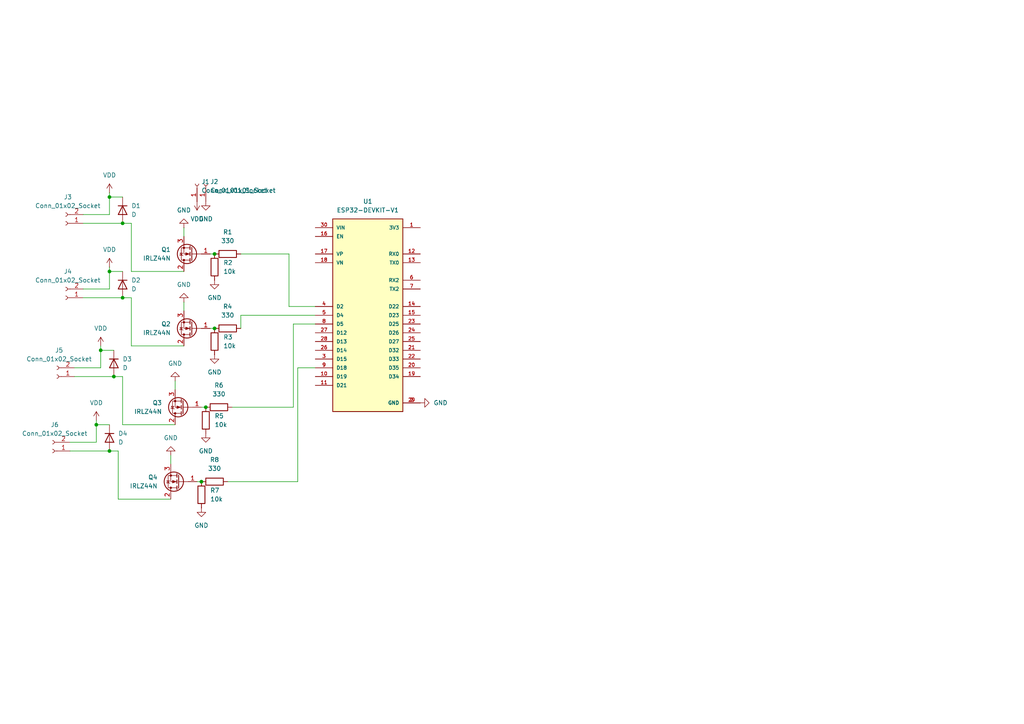
<source format=kicad_sch>
(kicad_sch (version 20250114) (generator "eeschema") (generator_version "9.0")
  (paper "A4")
  (lib_symbols
    (symbol "Connector:Conn_01x01_Socket" (pin_names (offset 1.016) (hide yes))
      (property "Reference" "J" (at 0 2.54 0))
      (property "Value" "Conn_01x01_Socket" (at 0 -2.54 0))
      (symbol "Conn_01x01_Socket_1_1"
        (polyline (pts (xy -1.27 0) (xy -0.508 0)) (stroke (width 0.1524)))
        (arc (start 0 -0.508) (mid -0.5058 0) (end 0 0.508) (stroke (width 0.1524)))
        (pin passive line (at -5.08 0 0) (length 3.81) (name "Pin_1") (number "1"))
      )
    )
    (symbol "Connector:Conn_01x02_Socket" (pin_names (offset 1.016) (hide yes))
      (property "Reference" "J" (at 0 2.54 0))
      (property "Value" "Conn_01x02_Socket" (at 0 -5.08 0))
      (symbol "Conn_01x02_Socket_1_1"
        (polyline (pts (xy -1.27 0) (xy -0.508 0)) (stroke (width 0.1524)))
        (polyline (pts (xy -1.27 -2.54) (xy -0.508 -2.54)) (stroke (width 0.1524)))
        (arc (start 0 -0.508) (mid -0.5058 0) (end 0 0.508) (stroke (width 0.1524)))
        (arc (start 0 -3.048) (mid -0.5058 -2.54) (end 0 -2.032) (stroke (width 0.1524)))
        (pin passive line (at -5.08 0 0) (length 3.81) (name "Pin_1") (number "1"))
        (pin passive line (at -5.08 -2.54 0) (length 3.81) (name "Pin_2") (number "2"))
      )
    )
    (symbol "Device:D" (pin_numbers (hide yes)) (pin_names (offset 1.016) (hide yes))
      (property "Reference" "D" (at 0 2.54 0))
      (property "Value" "D" (at 0 -2.54 0))
      (symbol "D_0_1"
        (polyline (pts (xy -1.27 1.27) (xy -1.27 -1.27)) (stroke (width 0.254)))
        (polyline (pts (xy 1.27 1.27) (xy 1.27 -1.27) (xy -1.27 0) (xy 1.27 1.27)) (stroke (width 0.254)))
        (polyline (pts (xy 1.27 0) (xy -1.27 0)))
      )
      (symbol "D_1_1"
        (pin passive line (at -3.81 0 0) (length 2.54) (name "K") (number "1"))
        (pin passive line (at 3.81 0 180) (length 2.54) (name "A") (number "2"))
      )
    )
    (symbol "Device:R" (pin_numbers (hide yes)) (pin_names (offset 0))
      (property "Reference" "R" (at 2.032 0 90))
      (property "Value" "R" (at 0 0 90))
      (symbol "R_0_1"
        (rectangle (start -1.016 -2.54) (end 1.016 2.54) (stroke (width 0.254)))
      )
      (symbol "R_1_1"
        (pin passive line (at 0 3.81 270) (length 1.27) (name "~") (number "1"))
        (pin passive line (at 0 -3.81 90) (length 1.27) (name "~") (number "2"))
      )
    )
    (symbol "ESP32-DEVKIT-V1:ESP32-DEVKIT-V1" (pin_names (offset 1.016))
      (property "Reference" "U" (at -10.16 30.48 0))
      (property "Value" "ESP32-DEVKIT-V1" (at -10.16 -30.48 0))
      (symbol "ESP32-DEVKIT-V1_0_0"
        (rectangle (start -10.16 -27.94) (end 10.16 27.94) (stroke (width 0.254)) (fill (type background)))
        (pin input line (at -15.24 25.4 0) (length 5.08) (name "VIN") (number "30"))
        (pin input line (at -15.24 22.86 0) (length 5.08) (name "EN") (number "16"))
        (pin bidirectional line (at -15.24 17.78 0) (length 5.08) (name "VP") (number "17"))
        (pin bidirectional line (at -15.24 15.24 0) (length 5.08) (name "VN") (number "18"))
        (pin bidirectional line (at -15.24 2.54 0) (length 5.08) (name "D2") (number "4"))
        (pin bidirectional line (at -15.24 0 0) (length 5.08) (name "D4") (number "5"))
        (pin bidirectional line (at -15.24 -2.54 0) (length 5.08) (name "D5") (number "8"))
        (pin bidirectional line (at -15.24 -5.08 0) (length 5.08) (name "D12") (number "27"))
        (pin bidirectional line (at -15.24 -7.62 0) (length 5.08) (name "D13") (number "28"))
        (pin bidirectional line (at -15.24 -10.16 0) (length 5.08) (name "D14") (number "26"))
        (pin bidirectional line (at -15.24 -12.7 0) (length 5.08) (name "D15") (number "3"))
        (pin bidirectional line (at -15.24 -15.24 0) (length 5.08) (name "D18") (number "9"))
        (pin bidirectional line (at -15.24 -17.78 0) (length 5.08) (name "D19") (number "10"))
        (pin bidirectional line (at -15.24 -20.32 0) (length 5.08) (name "D21") (number "11"))
        (pin output line (at 15.24 25.4 180) (length 5.08) (name "3V3") (number "1"))
        (pin input line (at 15.24 17.78 180) (length 5.08) (name "RX0") (number "12"))
        (pin output line (at 15.24 15.24 180) (length 5.08) (name "TX0") (number "13"))
        (pin input line (at 15.24 10.16 180) (length 5.08) (name "RX2") (number "6"))
        (pin output line (at 15.24 7.62 180) (length 5.08) (name "TX2") (number "7"))
        (pin bidirectional line (at 15.24 2.54 180) (length 5.08) (name "D22") (number "14"))
        (pin bidirectional line (at 15.24 0 180) (length 5.08) (name "D23") (number "15"))
        (pin bidirectional line (at 15.24 -2.54 180) (length 5.08) (name "D25") (number "23"))
        (pin bidirectional line (at 15.24 -5.08 180) (length 5.08) (name "D26") (number "24"))
        (pin bidirectional line (at 15.24 -7.62 180) (length 5.08) (name "D27") (number "25"))
        (pin bidirectional line (at 15.24 -10.16 180) (length 5.08) (name "D32") (number "21"))
        (pin bidirectional line (at 15.24 -12.7 180) (length 5.08) (name "D33") (number "22"))
        (pin bidirectional line (at 15.24 -15.24 180) (length 5.08) (name "D35") (number "20"))
        (pin bidirectional line (at 15.24 -17.78 180) (length 5.08) (name "D34") (number "19"))
        (pin power_in line (at 15.24 -25.4 180) (length 5.08) (name "GND") (number "2"))
        (pin power_in line (at 15.24 -25.4 180) (length 5.08) (name "GND") (number "29"))
      )
    )
    (symbol "Transistor_FET:IRLZ44N" (pin_names (hide yes))
      (property "Reference" "Q" (at 5.08 1.905 0))
      (property "Value" "IRLZ44N" (at 5.08 0 0))
      (symbol "IRLZ44N_0_1"
        (polyline (pts (xy 0.254 1.905) (xy 0.254 -1.905)) (stroke (width 0.254)))
        (polyline (pts (xy 0.254 0) (xy -2.54 0)))
        (polyline (pts (xy 0.762 2.286) (xy 0.762 1.27)) (stroke (width 0.254)))
        (polyline (pts (xy 0.762 0.508) (xy 0.762 -0.508)) (stroke (width 0.254)))
        (polyline (pts (xy 0.762 -1.27) (xy 0.762 -2.286)) (stroke (width 0.254)))
        (polyline (pts (xy 0.762 -1.778) (xy 3.302 -1.778) (xy 3.302 1.778) (xy 0.762 1.778)))
        (polyline (pts (xy 1.016 0) (xy 2.032 0.381) (xy 2.032 -0.381) (xy 1.016 0)) (fill (type outline)))
        (circle (center 1.651 0) (radius 2.794) (stroke (width 0.254)))
        (polyline (pts (xy 2.54 2.54) (xy 2.54 1.778)))
        (circle (center 2.54 1.778) (radius 0.254) (fill (type outline)))
        (circle (center 2.54 -1.778) (radius 0.254) (fill (type outline)))
        (polyline (pts (xy 2.54 -2.54) (xy 2.54 0) (xy 0.762 0)))
        (polyline (pts (xy 2.794 0.508) (xy 2.921 0.381) (xy 3.683 0.381) (xy 3.81 0.254)))
        (polyline (pts (xy 3.302 0.381) (xy 2.921 -0.254) (xy 3.683 -0.254) (xy 3.302 0.381)))
      )
      (symbol "IRLZ44N_1_1"
        (pin input line (at -5.08 0 0) (length 2.54) (name "G") (number "1"))
        (pin passive line (at 2.54 5.08 270) (length 2.54) (name "D") (number "2"))
        (pin passive line (at 2.54 -5.08 90) (length 2.54) (name "S") (number "3"))
      )
    )
    (symbol "power:GND" (power) (pin_numbers (hide yes)) (pin_names (offset 0) (hide yes))
      (property "Value" "GND" (at 0 -3.81 0))
      (symbol "GND_0_1"
        (polyline (pts (xy 0 0) (xy 0 -1.27) (xy 1.27 -1.27) (xy 0 -2.54) (xy -1.27 -1.27) (xy 0 -1.27)))
      )
      (symbol "GND_1_1"
        (pin power_in line (at 0 0 270) (length 0) (name "~") (number "1"))
      )
    )
    (symbol "power:VDD" (power) (pin_numbers (hide yes)) (pin_names (offset 0) (hide yes))
      (property "Value" "VDD" (at 0 3.556 0))
      (symbol "VDD_0_1"
        (polyline (pts (xy -0.762 1.27) (xy 0 2.54)))
        (polyline (pts (xy 0 2.54) (xy 0.762 1.27)))
        (polyline (pts (xy 0 0) (xy 0 2.54)))
      )
      (symbol "VDD_1_1"
        (pin power_in line (at 0 0 90) (length 0) (name "~") (number "1"))
      )
    )
  )
  (junction (at 31.75 130.81))
  (junction (at 58.42 139.7))
  (junction (at 62.23 95.25))
  (junction (at 27.94 123.19))
  (junction (at 59.69 118.11))
  (junction (at 31.75 57.15))
  (junction (at 62.23 73.66))
  (junction (at 35.56 86.36))
  (junction (at 31.75 78.74))
  (junction (at 35.56 64.77))
  (junction (at 33.02 109.22))
  (junction (at 29.21 101.6))
  (wire (pts (xy 35.56 123.19) (xy 50.8 123.19)))
  (wire (pts (xy 67.31 118.11) (xy 85.09 118.11)))
  (wire (pts (xy 31.75 57.15) (xy 31.75 62.23)))
  (wire (pts (xy 21.59 106.68) (xy 29.21 106.68)))
  (wire (pts (xy 27.94 123.19) (xy 31.75 123.19)))
  (wire (pts (xy 33.02 109.22) (xy 35.56 109.22)))
  (wire (pts (xy 34.29 144.78) (xy 49.53 144.78)))
  (wire (pts (xy 57.15 139.7) (xy 58.42 139.7)))
  (wire (pts (xy 31.75 57.15) (xy 35.56 57.15)))
  (wire (pts (xy 83.82 88.9) (xy 91.44 88.9)))
  (wire (pts (xy 38.1 100.33) (xy 53.34 100.33)))
  (wire (pts (xy 27.94 121.92) (xy 27.94 123.19)))
  (wire (pts (xy 31.75 78.74) (xy 35.56 78.74)))
  (wire (pts (xy 20.32 128.27) (xy 27.94 128.27)))
  (wire (pts (xy 29.21 100.33) (xy 29.21 101.6)))
  (wire (pts (xy 38.1 86.36) (xy 38.1 100.33)))
  (wire (pts (xy 85.09 118.11) (xy 85.09 93.98)))
  (wire (pts (xy 60.96 73.66) (xy 62.23 73.66)))
  (wire (pts (xy 35.56 64.77) (xy 38.1 64.77)))
  (wire (pts (xy 60.96 95.25) (xy 62.23 95.25)))
  (wire (pts (xy 24.13 86.36) (xy 35.56 86.36)))
  (wire (pts (xy 34.29 130.81) (xy 34.29 144.78)))
  (wire (pts (xy 85.09 93.98) (xy 91.44 93.98)))
  (wire (pts (xy 24.13 64.77) (xy 35.56 64.77)))
  (wire (pts (xy 58.42 118.11) (xy 59.69 118.11)))
  (wire (pts (xy 35.56 109.22) (xy 35.56 123.19)))
  (wire (pts (xy 53.34 87.63) (xy 53.34 90.17)))
  (wire (pts (xy 69.85 73.66) (xy 83.82 73.66)))
  (wire (pts (xy 24.13 62.23) (xy 31.75 62.23)))
  (wire (pts (xy 31.75 55.88) (xy 31.75 57.15)))
  (wire (pts (xy 38.1 64.77) (xy 38.1 78.74)))
  (wire (pts (xy 21.59 109.22) (xy 33.02 109.22)))
  (wire (pts (xy 53.34 66.04) (xy 53.34 68.58)))
  (wire (pts (xy 49.53 132.08) (xy 49.53 134.62)))
  (wire (pts (xy 20.32 130.81) (xy 31.75 130.81)))
  (wire (pts (xy 38.1 78.74) (xy 53.34 78.74)))
  (wire (pts (xy 66.04 139.7) (xy 86.36 139.7)))
  (wire (pts (xy 50.8 110.49) (xy 50.8 113.03)))
  (wire (pts (xy 86.36 106.68) (xy 91.44 106.68)))
  (wire (pts (xy 27.94 123.19) (xy 27.94 128.27)))
  (wire (pts (xy 29.21 101.6) (xy 29.21 106.68)))
  (wire (pts (xy 86.36 106.68) (xy 86.36 139.7)))
  (wire (pts (xy 91.44 91.44) (xy 69.85 91.44)))
  (wire (pts (xy 24.13 83.82) (xy 31.75 83.82)))
  (wire (pts (xy 35.56 86.36) (xy 38.1 86.36)))
  (wire (pts (xy 29.21 101.6) (xy 33.02 101.6)))
  (wire (pts (xy 31.75 78.74) (xy 31.75 83.82)))
  (wire (pts (xy 31.75 77.47) (xy 31.75 78.74)))
  (wire (pts (xy 31.75 130.81) (xy 34.29 130.81)))
  (wire (pts (xy 69.85 91.44) (xy 69.85 95.25)))
  (wire (pts (xy 83.82 73.66) (xy 83.82 88.9)))
  (symbol (lib_id "power:GND") (at 62.23 102.87 0) (unit 1)
    (property "Reference" "#PWR09" (effects (hide yes)))
    (property "Value" "GND" (at 62.23 107.95 0))
    (property "Description" "Power symbol creates a global label with name \"GND\" , ground" (effects (hide yes)))
  )
  (symbol (lib_id "Device:D") (at 35.56 60.96 270) (unit 1)
    (property "Reference" "D1" (at 38.1 59.6899 90) (effects (justify left)))
    (property "Value" "D" (at 38.1 62.2299 90) (effects (justify left)))
    (property "Footprint" "Diode_THT:D_A-405_P7.62mm_Horizontal" (effects (hide yes)))
    (property "Description" "Diode" (effects (hide yes)))
    (property "Sim.Device" "D" (effects (hide yes)))
    (property "Sim.Pins" "1=K 2=A" (effects (hide yes)))
  )
  (symbol (lib_id "power:GND") (at 53.34 66.04 180) (unit 1)
    (property "Reference" "#PWR02" (effects (hide yes)))
    (property "Value" "GND" (at 53.34 60.96 0))
    (property "Description" "Power symbol creates a global label with name \"GND\" , ground" (effects (hide yes)))
  )
  (symbol (lib_id "power:GND") (at 121.92 116.84 90) (unit 1)
    (property "Reference" "#PWR01" (effects (hide yes)))
    (property "Value" "GND" (at 125.73 116.8399 90) (effects (justify right)))
    (property "Description" "Power symbol creates a global label with name \"GND\" , ground" (effects (hide yes)))
  )
  (symbol (lib_id "power:GND") (at 59.69 125.73 0) (unit 1)
    (property "Reference" "#PWR012" (effects (hide yes)))
    (property "Value" "GND" (at 59.69 130.81 0))
    (property "Description" "Power symbol creates a global label with name \"GND\" , ground" (effects (hide yes)))
  )
  (symbol (lib_id "Connector:Conn_01x02_Socket") (at 15.24 130.81 180) (unit 1)
    (property "Reference" "J6" (at 15.875 123.19 0))
    (property "Value" "Conn_01x02_Socket" (at 15.875 125.73 0))
    (property "Footprint" "Connector_PinSocket_2.54mm:PinSocket_1x02_P2.54mm_Vertical" (effects (hide yes)))
    (property "Description" "Generic connector, single row, 01x02, script generated" (effects (hide yes)))
  )
  (symbol (lib_id "power:VDD") (at 57.15 58.42 180) (unit 1)
    (property "Reference" "#PWR05" (effects (hide yes)))
    (property "Value" "VDD" (at 57.15 63.5 0))
    (property "Description" "Power symbol creates a global label with name \"VDD\"" (effects (hide yes)))
  )
  (symbol (lib_id "power:VDD") (at 29.21 100.33 0) (unit 1)
    (property "Reference" "#PWR010" (effects (hide yes)))
    (property "Value" "VDD" (at 29.21 95.25 0))
    (property "Description" "Power symbol creates a global label with name \"VDD\"" (effects (hide yes)))
  )
  (symbol (lib_id "Connector:Conn_01x02_Socket") (at 19.05 64.77 180) (unit 1)
    (property "Reference" "J3" (at 19.685 57.15 0))
    (property "Value" "Conn_01x02_Socket" (at 19.685 59.69 0))
    (property "Footprint" "Connector_PinSocket_2.54mm:PinSocket_1x02_P2.54mm_Vertical" (effects (hide yes)))
    (property "Description" "Generic connector, single row, 01x02, script generated" (effects (hide yes)))
  )
  (symbol (lib_id "Device:D") (at 33.02 105.41 270) (unit 1)
    (property "Reference" "D3" (at 35.56 104.1399 90) (effects (justify left)))
    (property "Value" "D" (at 35.56 106.6799 90) (effects (justify left)))
    (property "Footprint" "Diode_THT:D_A-405_P7.62mm_Horizontal" (effects (hide yes)))
    (property "Description" "Diode" (effects (hide yes)))
    (property "Sim.Device" "D" (effects (hide yes)))
    (property "Sim.Pins" "1=K 2=A" (effects (hide yes)))
  )
  (symbol (lib_id "Connector:Conn_01x02_Socket") (at 16.51 109.22 180) (unit 1)
    (property "Reference" "J5" (at 17.145 101.6 0))
    (property "Value" "Conn_01x02_Socket" (at 17.145 104.14 0))
    (property "Footprint" "Connector_PinSocket_2.54mm:PinSocket_1x02_P2.54mm_Vertical" (effects (hide yes)))
    (property "Description" "Generic connector, single row, 01x02, script generated" (effects (hide yes)))
  )
  (symbol (lib_id "Transistor_FET:IRLZ44N") (at 55.88 95.25 180) (unit 1)
    (property "Reference" "Q2" (at 49.53 93.9799 0) (effects (justify left)))
    (property "Value" "IRLZ44N" (at 49.53 96.5199 0) (effects (justify left)))
    (property "Footprint" "Package_TO_SOT_THT:TO-220-3_Vertical" (effects (hide yes)))
    (property "Datasheet" "http://www.irf.com/product-info/datasheets/data/irlz44n.pdf" (effects (hide yes)))
    (property "Description" "47A Id, 55V Vds, 22mOhm Rds Single N-Channel HEXFET Power MOSFET, TO-220AB" (effects (hide yes)))
  )
  (symbol (lib_id "power:VDD") (at 27.94 121.92 0) (unit 1)
    (property "Reference" "#PWR013" (effects (hide yes)))
    (property "Value" "VDD" (at 27.94 116.84 0))
    (property "Description" "Power symbol creates a global label with name \"VDD\"" (effects (hide yes)))
  )
  (symbol (lib_id "Transistor_FET:IRLZ44N") (at 53.34 118.11 180) (unit 1)
    (property "Reference" "Q3" (at 46.99 116.8399 0) (effects (justify left)))
    (property "Value" "IRLZ44N" (at 46.99 119.3799 0) (effects (justify left)))
    (property "Footprint" "Package_TO_SOT_THT:TO-220-3_Vertical" (effects (hide yes)))
    (property "Datasheet" "http://www.irf.com/product-info/datasheets/data/irlz44n.pdf" (effects (hide yes)))
    (property "Description" "47A Id, 55V Vds, 22mOhm Rds Single N-Channel HEXFET Power MOSFET, TO-220AB" (effects (hide yes)))
  )
  (symbol (lib_id "Device:D") (at 31.75 127 270) (unit 1)
    (property "Reference" "D4" (at 34.29 125.7299 90) (effects (justify left)))
    (property "Value" "D" (at 34.29 128.2699 90) (effects (justify left)))
    (property "Footprint" "Diode_THT:D_A-405_P7.62mm_Horizontal" (effects (hide yes)))
    (property "Description" "Diode" (effects (hide yes)))
    (property "Sim.Device" "D" (effects (hide yes)))
    (property "Sim.Pins" "1=K 2=A" (effects (hide yes)))
  )
  (symbol (lib_id "power:GND") (at 59.69 58.42 0) (unit 1)
    (property "Reference" "#PWR06" (effects (hide yes)))
    (property "Value" "GND" (at 59.69 63.5 0))
    (property "Description" "Power symbol creates a global label with name \"GND\" , ground" (effects (hide yes)))
  )
  (symbol (lib_id "Device:D") (at 35.56 82.55 270) (unit 1)
    (property "Reference" "D2" (at 38.1 81.2799 90) (effects (justify left)))
    (property "Value" "D" (at 38.1 83.8199 90) (effects (justify left)))
    (property "Footprint" "Diode_THT:D_A-405_P7.62mm_Horizontal" (effects (hide yes)))
    (property "Description" "Diode" (effects (hide yes)))
    (property "Sim.Device" "D" (effects (hide yes)))
    (property "Sim.Pins" "1=K 2=A" (effects (hide yes)))
  )
  (symbol (lib_id "power:GND") (at 53.34 87.63 180) (unit 1)
    (property "Reference" "#PWR08" (effects (hide yes)))
    (property "Value" "GND" (at 53.34 82.55 0))
    (property "Description" "Power symbol creates a global label with name \"GND\" , ground" (effects (hide yes)))
  )
  (symbol (lib_id "power:VDD") (at 31.75 77.47 0) (unit 1)
    (property "Reference" "#PWR07" (effects (hide yes)))
    (property "Value" "VDD" (at 31.75 72.39 0))
    (property "Description" "Power symbol creates a global label with name \"VDD\"" (effects (hide yes)))
  )
  (symbol (lib_id "Device:R") (at 58.42 143.51 180) (unit 1)
    (property "Reference" "R7" (at 60.96 142.2399 0) (effects (justify right)))
    (property "Value" "10k" (at 60.96 144.7799 0) (effects (justify right)))
    (property "Footprint" "Resistor_THT:R_Axial_DIN0207_L6.3mm_D2.5mm_P7.62mm_Horizontal" (effects (hide yes)))
    (property "Description" "Resistor" (effects (hide yes)))
  )
  (symbol (lib_id "Transistor_FET:IRLZ44N") (at 55.88 73.66 180) (unit 1)
    (property "Reference" "Q1" (at 49.53 72.3899 0) (effects (justify left)))
    (property "Value" "IRLZ44N" (at 49.53 74.9299 0) (effects (justify left)))
    (property "Footprint" "Package_TO_SOT_THT:TO-220-3_Vertical" (effects (hide yes)))
    (property "Datasheet" "http://www.irf.com/product-info/datasheets/data/irlz44n.pdf" (effects (hide yes)))
    (property "Description" "47A Id, 55V Vds, 22mOhm Rds Single N-Channel HEXFET Power MOSFET, TO-220AB" (effects (hide yes)))
  )
  (symbol (lib_id "power:GND") (at 62.23 81.28 0) (unit 1)
    (property "Reference" "#PWR03" (effects (hide yes)))
    (property "Value" "GND" (at 62.23 86.36 0))
    (property "Description" "Power symbol creates a global label with name \"GND\" , ground" (effects (hide yes)))
  )
  (symbol (lib_id "Transistor_FET:IRLZ44N") (at 52.07 139.7 180) (unit 1)
    (property "Reference" "Q4" (at 45.72 138.4299 0) (effects (justify left)))
    (property "Value" "IRLZ44N" (at 45.72 140.9699 0) (effects (justify left)))
    (property "Footprint" "Package_TO_SOT_THT:TO-220-3_Vertical" (effects (hide yes)))
    (property "Datasheet" "http://www.irf.com/product-info/datasheets/data/irlz44n.pdf" (effects (hide yes)))
    (property "Description" "47A Id, 55V Vds, 22mOhm Rds Single N-Channel HEXFET Power MOSFET, TO-220AB" (effects (hide yes)))
  )
  (symbol (lib_id "Device:R") (at 63.5 118.11 90) (unit 1)
    (property "Reference" "R6" (at 63.5 111.76 90))
    (property "Value" "330" (at 63.5 114.3 90))
    (property "Footprint" "Resistor_THT:R_Axial_DIN0207_L6.3mm_D2.5mm_P7.62mm_Horizontal" (effects (hide yes)))
    (property "Description" "Resistor" (effects (hide yes)))
  )
  (symbol (lib_id "power:GND") (at 50.8 110.49 180) (unit 1)
    (property "Reference" "#PWR011" (effects (hide yes)))
    (property "Value" "GND" (at 50.8 105.41 0))
    (property "Description" "Power symbol creates a global label with name \"GND\" , ground" (effects (hide yes)))
  )
  (symbol (lib_id "Connector:Conn_01x01_Socket") (at 57.15 53.34 90) (unit 1)
    (property "Reference" "J1" (at 58.42 52.7049 90) (effects (justify right)))
    (property "Value" "Conn_01x01_Socket" (at 58.42 55.2449 90) (effects (justify right)))
    (property "Footprint" "Connector_PinSocket_2.54mm:PinSocket_1x01_P2.54mm_Vertical" (effects (hide yes)))
    (property "Description" "Generic connector, single row, 01x01, script generated" (effects (hide yes)))
  )
  (symbol (lib_id "Device:R") (at 66.04 95.25 90) (unit 1)
    (property "Reference" "R4" (at 66.04 88.9 90))
    (property "Value" "330" (at 66.04 91.44 90))
    (property "Footprint" "Resistor_THT:R_Axial_DIN0207_L6.3mm_D2.5mm_P7.62mm_Horizontal" (effects (hide yes)))
    (property "Description" "Resistor" (effects (hide yes)))
  )
  (symbol (lib_id "ESP32-DEVKIT-V1:ESP32-DEVKIT-V1") (at 106.68 91.44 0) (unit 1)
    (property "Reference" "U1" (at 106.68 58.42 0))
    (property "Value" "ESP32-DEVKIT-V1" (at 106.68 60.96 0))
    (property "Footprint" "hackclub:MODULE_ESP32_DEVKIT_V1" (effects (hide yes)))
    (property "MF" "Do it" (effects (hide yes)))
    (property "MAXIMUM_PACKAGE_HEIGHT" "6.8 mm" (effects (hide yes)))
    (property "Package" "None" (effects (hide yes)))
    (property "Price" "None" (effects (hide yes)))
    (property "Check_prices" "https://www.snapeda.com/parts/ESP32-DEVKIT-V1/Do+it/view-part/?ref=eda" (effects (hide yes)))
    (property "STANDARD" "Manufacturer Recommendations" (effects (hide yes)))
    (property "PARTREV" "N/A" (effects (hide yes)))
    (property "SnapEDA_Link" "https://www.snapeda.com/parts/ESP32-DEVKIT-V1/Do+it/view-part/?ref=snap" (effects (hide yes)))
    (property "MP" "ESP32-DEVKIT-V1" (effects (hide yes)))
    (property "Description_1" "\n                        \n                            Dual core, Wi-Fi: 2.4 GHz up to 150 Mbits/s,BLE (Bluetooth Low Energy) and legacy Bluetooth, 32 bits, Up to 240 MHz\n                        \n" (effects (hide yes)))
    (property "Availability" "Not in stock" (effects (hide yes)))
    (property "MANUFACTURER" "DOIT" (effects (hide yes)))
  )
  (symbol (lib_id "Device:R") (at 62.23 139.7 90) (unit 1)
    (property "Reference" "R8" (at 62.23 133.35 90))
    (property "Value" "330" (at 62.23 135.89 90))
    (property "Footprint" "Resistor_THT:R_Axial_DIN0207_L6.3mm_D2.5mm_P7.62mm_Horizontal" (effects (hide yes)))
    (property "Description" "Resistor" (effects (hide yes)))
  )
  (symbol (lib_id "power:GND") (at 58.42 147.32 0) (unit 1)
    (property "Reference" "#PWR015" (effects (hide yes)))
    (property "Value" "GND" (at 58.42 152.4 0))
    (property "Description" "Power symbol creates a global label with name \"GND\" , ground" (effects (hide yes)))
  )
  (symbol (lib_id "Connector:Conn_01x01_Socket") (at 59.69 53.34 90) (unit 1)
    (property "Reference" "J2" (at 60.96 52.7049 90) (effects (justify right)))
    (property "Value" "Conn_01x01_Socket" (at 60.96 55.2449 90) (effects (justify right)))
    (property "Footprint" "Connector_PinSocket_2.54mm:PinSocket_1x01_P2.54mm_Vertical" (effects (hide yes)))
    (property "Description" "Generic connector, single row, 01x01, script generated" (effects (hide yes)))
  )
  (symbol (lib_id "Device:R") (at 59.69 121.92 180) (unit 1)
    (property "Reference" "R5" (at 62.23 120.6499 0) (effects (justify right)))
    (property "Value" "10k" (at 62.23 123.1899 0) (effects (justify right)))
    (property "Footprint" "Resistor_THT:R_Axial_DIN0207_L6.3mm_D2.5mm_P7.62mm_Horizontal" (effects (hide yes)))
    (property "Description" "Resistor" (effects (hide yes)))
  )
  (symbol (lib_id "Device:R") (at 62.23 77.47 180) (unit 1)
    (property "Reference" "R2" (at 64.77 76.1999 0) (effects (justify right)))
    (property "Value" "10k" (at 64.77 78.7399 0) (effects (justify right)))
    (property "Footprint" "Resistor_THT:R_Axial_DIN0207_L6.3mm_D2.5mm_P7.62mm_Horizontal" (effects (hide yes)))
    (property "Description" "Resistor" (effects (hide yes)))
  )
  (symbol (lib_id "Device:R") (at 66.04 73.66 90) (unit 1)
    (property "Reference" "R1" (at 66.04 67.31 90))
    (property "Value" "330" (at 66.04 69.85 90))
    (property "Footprint" "Resistor_THT:R_Axial_DIN0207_L6.3mm_D2.5mm_P7.62mm_Horizontal" (effects (hide yes)))
    (property "Description" "Resistor" (effects (hide yes)))
  )
  (symbol (lib_id "Device:R") (at 62.23 99.06 180) (unit 1)
    (property "Reference" "R3" (at 64.77 97.7899 0) (effects (justify right)))
    (property "Value" "10k" (at 64.77 100.3299 0) (effects (justify right)))
    (property "Footprint" "Resistor_THT:R_Axial_DIN0207_L6.3mm_D2.5mm_P7.62mm_Horizontal" (effects (hide yes)))
    (property "Description" "Resistor" (effects (hide yes)))
  )
  (symbol (lib_id "power:VDD") (at 31.75 55.88 0) (unit 1)
    (property "Reference" "#PWR04" (effects (hide yes)))
    (property "Value" "VDD" (at 31.75 50.8 0))
    (property "Description" "Power symbol creates a global label with name \"VDD\"" (effects (hide yes)))
  )
  (symbol (lib_id "power:GND") (at 49.53 132.08 180) (unit 1)
    (property "Reference" "#PWR014" (effects (hide yes)))
    (property "Value" "GND" (at 49.53 127 0))
    (property "Description" "Power symbol creates a global label with name \"GND\" , ground" (effects (hide yes)))
  )
  (symbol (lib_id "Connector:Conn_01x02_Socket") (at 19.05 86.36 180) (unit 1)
    (property "Reference" "J4" (at 19.685 78.74 0))
    (property "Value" "Conn_01x02_Socket" (at 19.685 81.28 0))
    (property "Footprint" "Connector_PinSocket_2.54mm:PinSocket_1x02_P2.54mm_Vertical" (effects (hide yes)))
    (property "Description" "Generic connector, single row, 01x02, script generated" (effects (hide yes)))
  )
)
</source>
